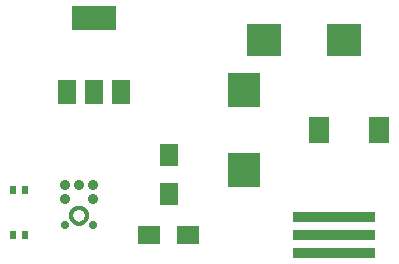
<source format=gbr>
G04 EAGLE Gerber X2 export*
%TF.Part,Single*%
%TF.FileFunction,Paste,Top*%
%TF.FilePolarity,Positive*%
%TF.GenerationSoftware,Autodesk,EAGLE,9.1.0*%
%TF.CreationDate,2018-08-06T08:24:04Z*%
G75*
%MOMM*%
%FSLAX34Y34*%
%LPD*%
%AMOC8*
5,1,8,0,0,1.08239X$1,22.5*%
G01*
%ADD10R,0.600000X0.700000*%
%ADD11R,1.900000X1.600000*%
%ADD12R,1.600000X1.900000*%
%ADD13C,0.900000*%
%ADD14C,0.700000*%
%ADD15C,0.330000*%
%ADD16C,0.006094*%
%ADD17R,7.000000X0.850000*%
%ADD18R,1.498600X2.006600*%
%ADD19R,3.810000X2.006600*%
%ADD20R,1.800000X2.200000*%
%ADD21R,2.700000X2.950000*%
%ADD22R,2.950000X2.700000*%


D10*
X33100Y50800D03*
X43100Y50800D03*
D11*
X181600Y50800D03*
X148600Y50800D03*
D12*
X165100Y85100D03*
X165100Y118100D03*
D10*
X33100Y88900D03*
X43100Y88900D03*
D13*
X76900Y93200D03*
X88940Y93200D03*
X100980Y93200D03*
X76900Y81260D03*
X100980Y81260D03*
D14*
X76900Y59140D03*
X100980Y59140D03*
D15*
X82210Y67040D02*
X82212Y67205D01*
X82218Y67370D01*
X82228Y67535D01*
X82242Y67700D01*
X82261Y67864D01*
X82283Y68027D01*
X82309Y68191D01*
X82339Y68353D01*
X82374Y68515D01*
X82412Y68675D01*
X82454Y68835D01*
X82500Y68994D01*
X82550Y69151D01*
X82603Y69307D01*
X82661Y69462D01*
X82722Y69615D01*
X82787Y69767D01*
X82856Y69917D01*
X82929Y70066D01*
X83005Y70213D01*
X83084Y70357D01*
X83167Y70500D01*
X83254Y70641D01*
X83344Y70779D01*
X83438Y70915D01*
X83534Y71049D01*
X83634Y71181D01*
X83738Y71309D01*
X83844Y71436D01*
X83953Y71560D01*
X84066Y71681D01*
X84181Y71799D01*
X84299Y71914D01*
X84420Y72027D01*
X84544Y72136D01*
X84671Y72242D01*
X84799Y72346D01*
X84931Y72446D01*
X85065Y72542D01*
X85201Y72636D01*
X85339Y72726D01*
X85480Y72813D01*
X85623Y72896D01*
X85767Y72975D01*
X85914Y73051D01*
X86063Y73124D01*
X86213Y73193D01*
X86365Y73258D01*
X86518Y73319D01*
X86673Y73377D01*
X86829Y73430D01*
X86986Y73480D01*
X87145Y73526D01*
X87305Y73568D01*
X87465Y73606D01*
X87627Y73641D01*
X87789Y73671D01*
X87953Y73697D01*
X88116Y73719D01*
X88280Y73738D01*
X88445Y73752D01*
X88610Y73762D01*
X88775Y73768D01*
X88940Y73770D01*
X89105Y73768D01*
X89270Y73762D01*
X89435Y73752D01*
X89600Y73738D01*
X89764Y73719D01*
X89927Y73697D01*
X90091Y73671D01*
X90253Y73641D01*
X90415Y73606D01*
X90575Y73568D01*
X90735Y73526D01*
X90894Y73480D01*
X91051Y73430D01*
X91207Y73377D01*
X91362Y73319D01*
X91515Y73258D01*
X91667Y73193D01*
X91817Y73124D01*
X91966Y73051D01*
X92113Y72975D01*
X92257Y72896D01*
X92400Y72813D01*
X92541Y72726D01*
X92679Y72636D01*
X92815Y72542D01*
X92949Y72446D01*
X93081Y72346D01*
X93209Y72242D01*
X93336Y72136D01*
X93460Y72027D01*
X93581Y71914D01*
X93699Y71799D01*
X93814Y71681D01*
X93927Y71560D01*
X94036Y71436D01*
X94142Y71309D01*
X94246Y71181D01*
X94346Y71049D01*
X94442Y70915D01*
X94536Y70779D01*
X94626Y70641D01*
X94713Y70500D01*
X94796Y70357D01*
X94875Y70213D01*
X94951Y70066D01*
X95024Y69917D01*
X95093Y69767D01*
X95158Y69615D01*
X95219Y69462D01*
X95277Y69307D01*
X95330Y69151D01*
X95380Y68994D01*
X95426Y68835D01*
X95468Y68675D01*
X95506Y68515D01*
X95541Y68353D01*
X95571Y68191D01*
X95597Y68027D01*
X95619Y67864D01*
X95638Y67700D01*
X95652Y67535D01*
X95662Y67370D01*
X95668Y67205D01*
X95670Y67040D01*
X95668Y66875D01*
X95662Y66710D01*
X95652Y66545D01*
X95638Y66380D01*
X95619Y66216D01*
X95597Y66053D01*
X95571Y65889D01*
X95541Y65727D01*
X95506Y65565D01*
X95468Y65405D01*
X95426Y65245D01*
X95380Y65086D01*
X95330Y64929D01*
X95277Y64773D01*
X95219Y64618D01*
X95158Y64465D01*
X95093Y64313D01*
X95024Y64163D01*
X94951Y64014D01*
X94875Y63867D01*
X94796Y63723D01*
X94713Y63580D01*
X94626Y63439D01*
X94536Y63301D01*
X94442Y63165D01*
X94346Y63031D01*
X94246Y62899D01*
X94142Y62771D01*
X94036Y62644D01*
X93927Y62520D01*
X93814Y62399D01*
X93699Y62281D01*
X93581Y62166D01*
X93460Y62053D01*
X93336Y61944D01*
X93209Y61838D01*
X93081Y61734D01*
X92949Y61634D01*
X92815Y61538D01*
X92679Y61444D01*
X92541Y61354D01*
X92400Y61267D01*
X92257Y61184D01*
X92113Y61105D01*
X91966Y61029D01*
X91817Y60956D01*
X91667Y60887D01*
X91515Y60822D01*
X91362Y60761D01*
X91207Y60703D01*
X91051Y60650D01*
X90894Y60600D01*
X90735Y60554D01*
X90575Y60512D01*
X90415Y60474D01*
X90253Y60439D01*
X90091Y60409D01*
X89927Y60383D01*
X89764Y60361D01*
X89600Y60342D01*
X89435Y60328D01*
X89270Y60318D01*
X89105Y60312D01*
X88940Y60310D01*
X88775Y60312D01*
X88610Y60318D01*
X88445Y60328D01*
X88280Y60342D01*
X88116Y60361D01*
X87953Y60383D01*
X87789Y60409D01*
X87627Y60439D01*
X87465Y60474D01*
X87305Y60512D01*
X87145Y60554D01*
X86986Y60600D01*
X86829Y60650D01*
X86673Y60703D01*
X86518Y60761D01*
X86365Y60822D01*
X86213Y60887D01*
X86063Y60956D01*
X85914Y61029D01*
X85767Y61105D01*
X85623Y61184D01*
X85480Y61267D01*
X85339Y61354D01*
X85201Y61444D01*
X85065Y61538D01*
X84931Y61634D01*
X84799Y61734D01*
X84671Y61838D01*
X84544Y61944D01*
X84420Y62053D01*
X84299Y62166D01*
X84181Y62281D01*
X84066Y62399D01*
X83953Y62520D01*
X83844Y62644D01*
X83738Y62771D01*
X83634Y62899D01*
X83534Y63031D01*
X83438Y63165D01*
X83344Y63301D01*
X83254Y63439D01*
X83167Y63580D01*
X83084Y63723D01*
X83005Y63867D01*
X82929Y64014D01*
X82856Y64163D01*
X82787Y64313D01*
X82722Y64465D01*
X82661Y64618D01*
X82603Y64773D01*
X82550Y64929D01*
X82500Y65086D01*
X82454Y65245D01*
X82412Y65405D01*
X82374Y65565D01*
X82339Y65727D01*
X82309Y65889D01*
X82283Y66053D01*
X82261Y66216D01*
X82242Y66380D01*
X82228Y66545D01*
X82218Y66710D01*
X82212Y66875D01*
X82210Y67040D01*
D16*
X86898Y72614D02*
X90902Y72614D01*
X86898Y72614D02*
X86898Y74586D01*
X90902Y74586D01*
X90902Y72614D01*
X90902Y72672D02*
X86898Y72672D01*
X86898Y72730D02*
X90902Y72730D01*
X90902Y72788D02*
X86898Y72788D01*
X86898Y72846D02*
X90902Y72846D01*
X90902Y72904D02*
X86898Y72904D01*
X86898Y72962D02*
X90902Y72962D01*
X90902Y73020D02*
X86898Y73020D01*
X86898Y73078D02*
X90902Y73078D01*
X90902Y73136D02*
X86898Y73136D01*
X86898Y73194D02*
X90902Y73194D01*
X90902Y73252D02*
X86898Y73252D01*
X86898Y73310D02*
X90902Y73310D01*
X90902Y73368D02*
X86898Y73368D01*
X86898Y73426D02*
X90902Y73426D01*
X90902Y73484D02*
X86898Y73484D01*
X86898Y73542D02*
X90902Y73542D01*
X90902Y73600D02*
X86898Y73600D01*
X86898Y73658D02*
X90902Y73658D01*
X90902Y73716D02*
X86898Y73716D01*
X86898Y73774D02*
X90902Y73774D01*
X90902Y73832D02*
X86898Y73832D01*
X86898Y73890D02*
X90902Y73890D01*
X90902Y73948D02*
X86898Y73948D01*
X86898Y74006D02*
X90902Y74006D01*
X90902Y74064D02*
X86898Y74064D01*
X86898Y74122D02*
X90902Y74122D01*
X90902Y74180D02*
X86898Y74180D01*
X86898Y74238D02*
X90902Y74238D01*
X90902Y74296D02*
X86898Y74296D01*
X86898Y74354D02*
X90902Y74354D01*
X90902Y74412D02*
X86898Y74412D01*
X86898Y74470D02*
X90902Y74470D01*
X90902Y74528D02*
X86898Y74528D01*
X86898Y74586D02*
X90902Y74586D01*
D17*
X304800Y65800D03*
X304800Y50800D03*
X304800Y35800D03*
D18*
X78994Y171704D03*
X101854Y171704D03*
X124714Y171704D03*
D19*
X101600Y234696D03*
D20*
X292000Y139700D03*
X343000Y139700D03*
D21*
X228600Y105950D03*
X228600Y173450D03*
D22*
X245650Y215900D03*
X313150Y215900D03*
M02*

</source>
